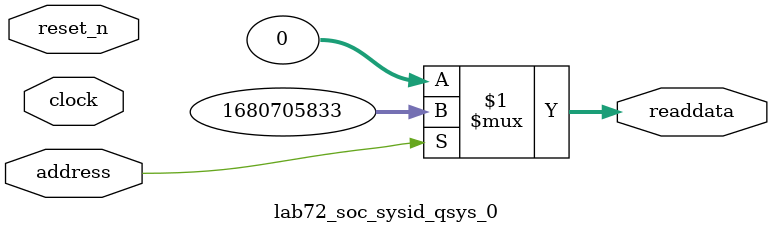
<source format=v>



// synthesis translate_off
`timescale 1ns / 1ps
// synthesis translate_on

// turn off superfluous verilog processor warnings 
// altera message_level Level1 
// altera message_off 10034 10035 10036 10037 10230 10240 10030 

module lab72_soc_sysid_qsys_0 (
               // inputs:
                address,
                clock,
                reset_n,

               // outputs:
                readdata
             )
;

  output  [ 31: 0] readdata;
  input            address;
  input            clock;
  input            reset_n;

  wire    [ 31: 0] readdata;
  //control_slave, which is an e_avalon_slave
  assign readdata = address ? 1680705833 : 0;

endmodule



</source>
